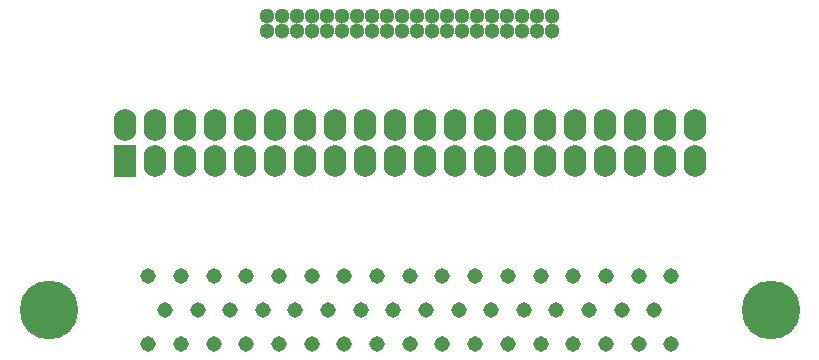
<source format=gbr>
G04 #@! TF.FileFunction,Soldermask,Bot*
%FSLAX46Y46*%
G04 Gerber Fmt 4.6, Leading zero omitted, Abs format (unit mm)*
G04 Created by KiCad (PCBNEW 4.0.4-stable) date 2016 October 17, Monday 14:50:17*
%MOMM*%
%LPD*%
G01*
G04 APERTURE LIST*
%ADD10C,0.100000*%
%ADD11R,1.924000X2.686000*%
%ADD12O,1.924000X2.686000*%
%ADD13C,1.300000*%
%ADD14C,4.972000*%
%ADD15C,1.314400*%
G04 APERTURE END LIST*
D10*
D11*
X117419120Y-89809320D03*
D12*
X119959120Y-89809320D03*
X122499120Y-89809320D03*
X125039120Y-89809320D03*
X127579120Y-89809320D03*
X130119120Y-89809320D03*
X132659120Y-89809320D03*
X135199120Y-89809320D03*
X137739120Y-89809320D03*
X140279120Y-89809320D03*
X142819120Y-89809320D03*
X145359120Y-89809320D03*
X147899120Y-89809320D03*
X150439120Y-89809320D03*
X152979120Y-89809320D03*
X155519120Y-89809320D03*
X158059120Y-89809320D03*
X160599120Y-89809320D03*
X163139120Y-89809320D03*
X165679120Y-89809320D03*
X117419120Y-86761320D03*
X119959120Y-86761320D03*
X122499120Y-86761320D03*
X125039120Y-86761320D03*
X127579120Y-86761320D03*
X130119120Y-86761320D03*
X132659120Y-86761320D03*
X135199120Y-86761320D03*
X137739120Y-86761320D03*
X140279120Y-86761320D03*
X142819120Y-86761320D03*
X145359120Y-86761320D03*
X147899120Y-86761320D03*
X150439120Y-86761320D03*
X152979120Y-86761320D03*
X155519120Y-86761320D03*
X158059120Y-86761320D03*
X160599120Y-86761320D03*
X163139120Y-86761320D03*
X165679120Y-86761320D03*
D13*
X129499360Y-77541120D03*
X130769360Y-77541120D03*
X132039360Y-77541120D03*
X133309360Y-77541120D03*
X134579360Y-77541120D03*
X135849360Y-77541120D03*
X137119360Y-77541120D03*
X138389360Y-77541120D03*
X139659360Y-77541120D03*
X140929360Y-77541120D03*
X142199360Y-77541120D03*
X143469360Y-77541120D03*
X144739360Y-77541120D03*
X146009360Y-77541120D03*
X147279360Y-77541120D03*
X148549360Y-77541120D03*
X149819360Y-77541120D03*
X151089360Y-77541120D03*
X152359360Y-77541120D03*
X153629360Y-77541120D03*
X129499360Y-78811120D03*
X130769360Y-78811120D03*
X132039360Y-78811120D03*
X133309360Y-78811120D03*
X134579360Y-78811120D03*
X135849360Y-78811120D03*
X137119360Y-78811120D03*
X138389360Y-78811120D03*
X139659360Y-78811120D03*
X140929360Y-78811120D03*
X142199360Y-78811120D03*
X143469360Y-78811120D03*
X144739360Y-78811120D03*
X146009360Y-78811120D03*
X147279360Y-78811120D03*
X148549360Y-78811120D03*
X149819360Y-78811120D03*
X151089360Y-78811120D03*
X152359360Y-78811120D03*
X153629360Y-78811120D03*
D14*
X172105320Y-102433120D03*
X110992920Y-102433120D03*
D15*
X163697920Y-99588320D03*
X160929320Y-99588320D03*
X158160720Y-99588320D03*
X155392120Y-99588320D03*
X152623520Y-99588320D03*
X149854920Y-99588320D03*
X147086320Y-99588320D03*
X144317720Y-99588320D03*
X141549120Y-99588320D03*
X138780520Y-99588320D03*
X136011920Y-99588320D03*
X133243320Y-99588320D03*
X130474720Y-99588320D03*
X127706120Y-99588320D03*
X124937520Y-99588320D03*
X122168920Y-99588320D03*
X119400320Y-99588320D03*
X162250120Y-102433120D03*
X152623520Y-105277920D03*
X155392120Y-105277920D03*
X158160720Y-105277920D03*
X149854920Y-105277920D03*
X147086320Y-105277920D03*
X160929320Y-105277920D03*
X163697920Y-105277920D03*
X124937520Y-105277920D03*
X119400320Y-105277920D03*
X122168920Y-105277920D03*
X141549120Y-105277920D03*
X130474720Y-105277920D03*
X144317720Y-105277920D03*
X133243320Y-105277920D03*
X138780520Y-105277920D03*
X136011920Y-105277920D03*
X127706120Y-105277920D03*
X159506920Y-102433120D03*
X156738320Y-102433120D03*
X153969720Y-102433120D03*
X151226520Y-102433120D03*
X148457920Y-102433120D03*
X145689320Y-102433120D03*
X142946120Y-102433120D03*
X140152120Y-102433120D03*
X137408920Y-102433120D03*
X134640320Y-102433120D03*
X131871720Y-102433120D03*
X129128520Y-102433120D03*
X126359920Y-102433120D03*
X123591320Y-102433120D03*
X120848120Y-102433120D03*
M02*

</source>
